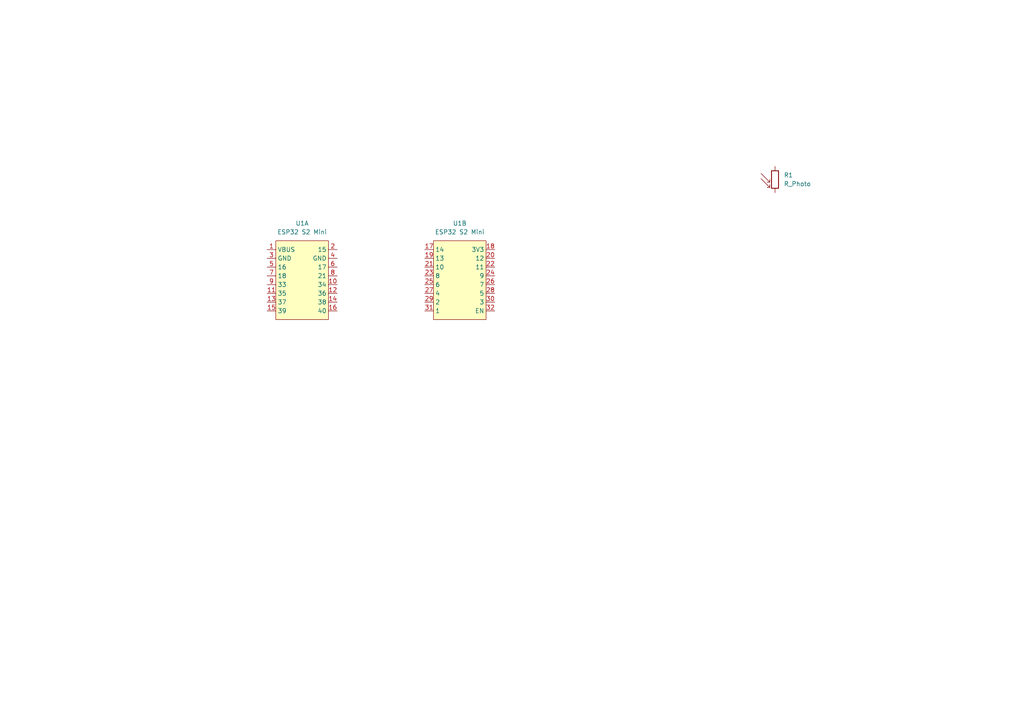
<source format=kicad_sch>
(kicad_sch (version 20250114) (generator "eeschema") (generator_version "9.0")
  (paper "A4")
  (lib_symbols
    (symbol "Device:R_Photo" (pin_numbers (hide yes)) (pin_names (offset 0))
      (property "Reference" "R" (at 1.27 1.27 0))
      (property "Value" "R_Photo" (at 1.27 0 0))
      (symbol "R_Photo_0_1"
        (polyline (pts (xy -1.524 -0.762) (xy -4.064 1.778)))
        (polyline (pts (xy -1.524 -0.762) (xy -2.286 -0.762)))
        (polyline (pts (xy -1.524 -0.762) (xy -1.524 0)))
        (polyline (pts (xy -1.524 -2.286) (xy -4.064 0.254)))
        (polyline (pts (xy -1.524 -2.286) (xy -2.286 -2.286)))
        (polyline (pts (xy -1.524 -2.286) (xy -1.524 -1.524)))
        (rectangle (start -1.016 2.54) (end 1.016 -2.54) (stroke (width 0.254)))
      )
      (symbol "R_Photo_1_1"
        (pin passive line (at 0 3.81 270) (length 1.27) (name "~") (number "1"))
        (pin passive line (at 0 -3.81 90) (length 1.27) (name "~") (number "2"))
      )
    )
    (symbol "additional_symbols:ESP32_S2_Mini"
      (property "Reference" "U" (at 0 0 0))
      (property "Value" "ESP32 S2 Mini" (at 0 2.794 0))
      (symbol "ESP32_S2_Mini_1_1"
        (rectangle (start -7.62 -2.54) (end 7.62 -25.4) (fill (type background)))
        (pin power_in line (at -10.16 -5.08 0) (length 2.54) (name "VBUS") (number "1"))
        (pin power_in line (at -10.16 -7.62 0) (length 2.54) (name "GND") (number "3"))
        (pin passive line (at -10.16 -10.16 0) (length 2.54) (name "16") (number "5"))
        (pin passive line (at -10.16 -12.7 0) (length 2.54) (name "18") (number "7"))
        (pin passive line (at -10.16 -15.24 0) (length 2.54) (name "33") (number "9"))
        (pin passive line (at -10.16 -17.78 0) (length 2.54) (name "35") (number "11"))
        (pin passive line (at -10.16 -20.32 0) (length 2.54) (name "37") (number "13"))
        (pin passive line (at -10.16 -22.86 0) (length 2.54) (name "39") (number "15"))
        (pin passive line (at 10.16 -5.08 180) (length 2.54) (name "15") (number "2"))
        (pin power_in line (at 10.16 -7.62 180) (length 2.54) (name "GND") (number "4"))
        (pin passive line (at 10.16 -10.16 180) (length 2.54) (name "17") (number "6"))
        (pin passive line (at 10.16 -12.7 180) (length 2.54) (name "21") (number "8"))
        (pin passive line (at 10.16 -15.24 180) (length 2.54) (name "34") (number "10"))
        (pin passive line (at 10.16 -17.78 180) (length 2.54) (name "36") (number "12"))
        (pin passive line (at 10.16 -20.32 180) (length 2.54) (name "38") (number "14"))
        (pin passive line (at 10.16 -22.86 180) (length 2.54) (name "40") (number "16"))
      )
      (symbol "ESP32_S2_Mini_2_1"
        (rectangle (start -7.62 -2.54) (end 7.62 -25.4) (fill (type background)))
        (pin passive line (at -10.16 -5.08 0) (length 2.54) (name "14") (number "17"))
        (pin passive line (at -10.16 -7.62 0) (length 2.54) (name "13") (number "19"))
        (pin passive line (at -10.16 -10.16 0) (length 2.54) (name "10") (number "21"))
        (pin passive line (at -10.16 -12.7 0) (length 2.54) (name "8") (number "23"))
        (pin passive line (at -10.16 -15.24 0) (length 2.54) (name "6") (number "25"))
        (pin passive line (at -10.16 -17.78 0) (length 2.54) (name "4") (number "27"))
        (pin passive line (at -10.16 -20.32 0) (length 2.54) (name "2") (number "29"))
        (pin passive line (at -10.16 -22.86 0) (length 2.54) (name "1") (number "31"))
        (pin power_in line (at 10.16 -5.08 180) (length 2.54) (name "3V3") (number "18"))
        (pin passive line (at 10.16 -7.62 180) (length 2.54) (name "12") (number "20"))
        (pin passive line (at 10.16 -10.16 180) (length 2.54) (name "11") (number "22"))
        (pin passive line (at 10.16 -12.7 180) (length 2.54) (name "9") (number "24"))
        (pin passive line (at 10.16 -15.24 180) (length 2.54) (name "7") (number "26"))
        (pin passive line (at 10.16 -17.78 180) (length 2.54) (name "5") (number "28"))
        (pin passive line (at 10.16 -20.32 180) (length 2.54) (name "3") (number "30"))
        (pin passive line (at 10.16 -22.86 180) (length 2.54) (name "EN") (number "32"))
      )
    )
  )
  (symbol (lib_id "additional_symbols:ESP32_S2_Mini") (at 87.63 67.31 0) (unit 1)
    (property "Reference" "U1" (at 87.63 64.77 0))
    (property "Value" "ESP32 S2 Mini" (at 87.63 67.31 0))
    (property "Footprint" "additional_footprints:ESP32 S2 Mini Headers" (effects (hide yes)))
    (property "Datasheet" "https://www.wemos.cc/en/latest/s2/s2_mini.html" (effects (hide yes)))
    (property "Description" "A mini wifi board based on ESP32-S2FN4R2" (effects (hide yes)))
  )
  (symbol (lib_id "additional_symbols:ESP32_S2_Mini") (at 133.35 67.31 0) (unit 2)
    (property "Reference" "U1" (at 133.35 64.77 0))
    (property "Value" "ESP32 S2 Mini" (at 133.35 67.31 0))
    (property "Footprint" "additional_footprints:ESP32 S2 Mini Headers" (effects (hide yes)))
    (property "Datasheet" "https://www.wemos.cc/en/latest/s2/s2_mini.html" (effects (hide yes)))
    (property "Description" "A mini wifi board based on ESP32-S2FN4R2" (effects (hide yes)))
  )
  (symbol (lib_id "Device:R_Photo") (at 224.79 52.07 0) (unit 1)
    (property "Reference" "R1" (at 227.33 50.7999 0) (effects (justify left)))
    (property "Value" "R_Photo" (at 227.33 53.3399 0) (effects (justify left)))
    (property "Description" "Photoresistor" (effects (hide yes)))
  )
)
</source>
